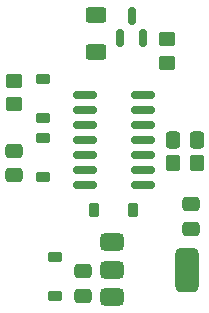
<source format=gbr>
%TF.GenerationSoftware,KiCad,Pcbnew,8.0.0*%
%TF.CreationDate,2024-05-26T00:16:25+03:00*%
%TF.ProjectId,pulsejen,70756c73-656a-4656-9e2e-6b696361645f,rev?*%
%TF.SameCoordinates,Original*%
%TF.FileFunction,Paste,Top*%
%TF.FilePolarity,Positive*%
%FSLAX46Y46*%
G04 Gerber Fmt 4.6, Leading zero omitted, Abs format (unit mm)*
G04 Created by KiCad (PCBNEW 8.0.0) date 2024-05-26 00:16:25*
%MOMM*%
%LPD*%
G01*
G04 APERTURE LIST*
G04 Aperture macros list*
%AMRoundRect*
0 Rectangle with rounded corners*
0 $1 Rounding radius*
0 $2 $3 $4 $5 $6 $7 $8 $9 X,Y pos of 4 corners*
0 Add a 4 corners polygon primitive as box body*
4,1,4,$2,$3,$4,$5,$6,$7,$8,$9,$2,$3,0*
0 Add four circle primitives for the rounded corners*
1,1,$1+$1,$2,$3*
1,1,$1+$1,$4,$5*
1,1,$1+$1,$6,$7*
1,1,$1+$1,$8,$9*
0 Add four rect primitives between the rounded corners*
20,1,$1+$1,$2,$3,$4,$5,0*
20,1,$1+$1,$4,$5,$6,$7,0*
20,1,$1+$1,$6,$7,$8,$9,0*
20,1,$1+$1,$8,$9,$2,$3,0*%
G04 Aperture macros list end*
%ADD10RoundRect,0.250000X0.625000X-0.400000X0.625000X0.400000X-0.625000X0.400000X-0.625000X-0.400000X0*%
%ADD11RoundRect,0.225000X0.375000X-0.225000X0.375000X0.225000X-0.375000X0.225000X-0.375000X-0.225000X0*%
%ADD12RoundRect,0.375000X-0.625000X-0.375000X0.625000X-0.375000X0.625000X0.375000X-0.625000X0.375000X0*%
%ADD13RoundRect,0.500000X-0.500000X-1.400000X0.500000X-1.400000X0.500000X1.400000X-0.500000X1.400000X0*%
%ADD14RoundRect,0.250000X0.475000X-0.337500X0.475000X0.337500X-0.475000X0.337500X-0.475000X-0.337500X0*%
%ADD15RoundRect,0.225000X0.225000X0.375000X-0.225000X0.375000X-0.225000X-0.375000X0.225000X-0.375000X0*%
%ADD16RoundRect,0.225000X-0.375000X0.225000X-0.375000X-0.225000X0.375000X-0.225000X0.375000X0.225000X0*%
%ADD17RoundRect,0.250000X0.450000X-0.350000X0.450000X0.350000X-0.450000X0.350000X-0.450000X-0.350000X0*%
%ADD18RoundRect,0.250000X-0.350000X-0.450000X0.350000X-0.450000X0.350000X0.450000X-0.350000X0.450000X0*%
%ADD19RoundRect,0.250000X-0.450000X0.350000X-0.450000X-0.350000X0.450000X-0.350000X0.450000X0.350000X0*%
%ADD20RoundRect,0.250000X-0.337500X-0.475000X0.337500X-0.475000X0.337500X0.475000X-0.337500X0.475000X0*%
%ADD21RoundRect,0.150000X-0.825000X-0.150000X0.825000X-0.150000X0.825000X0.150000X-0.825000X0.150000X0*%
%ADD22RoundRect,0.150000X0.150000X-0.587500X0.150000X0.587500X-0.150000X0.587500X-0.150000X-0.587500X0*%
G04 APERTURE END LIST*
D10*
%TO.C,R4*%
X138500000Y-84450000D03*
X138500000Y-87550000D03*
%TD*%
D11*
%TO.C,D5*%
X135000000Y-108250000D03*
X135000000Y-104950000D03*
%TD*%
D12*
%TO.C,U4*%
X139850000Y-108300000D03*
D13*
X146150000Y-106000000D03*
D12*
X139850000Y-106000000D03*
X139850000Y-103700000D03*
%TD*%
D14*
%TO.C,C4*%
X146500000Y-102537500D03*
X146500000Y-100462500D03*
%TD*%
D15*
%TO.C,D3*%
X141605000Y-101000000D03*
X138305000Y-101000000D03*
%TD*%
D16*
%TO.C,D2*%
X134000000Y-89850000D03*
X134000000Y-93150000D03*
%TD*%
%TO.C,D1*%
X133977500Y-94850000D03*
X133977500Y-98150000D03*
%TD*%
D17*
%TO.C,R3*%
X144500000Y-88500000D03*
X144500000Y-86500000D03*
%TD*%
D18*
%TO.C,R2*%
X145000000Y-97000000D03*
X147000000Y-97000000D03*
%TD*%
D19*
%TO.C,R1*%
X131500000Y-90000000D03*
X131500000Y-92000000D03*
%TD*%
D14*
%TO.C,C3*%
X137400000Y-108237500D03*
X137400000Y-106162500D03*
%TD*%
D20*
%TO.C,C2*%
X144962500Y-95000000D03*
X147037500Y-95000000D03*
%TD*%
D14*
%TO.C,C1*%
X131500000Y-98037500D03*
X131500000Y-95962500D03*
%TD*%
D21*
%TO.C,U1*%
X142475000Y-91190000D03*
X142475000Y-92460000D03*
X142475000Y-93730000D03*
X142475000Y-95000000D03*
X142475000Y-96270000D03*
X142475000Y-97540000D03*
X142475000Y-98810000D03*
X137525000Y-98810000D03*
X137525000Y-97540000D03*
X137525000Y-96270000D03*
X137525000Y-95000000D03*
X137525000Y-93730000D03*
X137525000Y-92460000D03*
X137525000Y-91190000D03*
%TD*%
D22*
%TO.C,Q1*%
X140550000Y-86437500D03*
X142450000Y-86437500D03*
X141500000Y-84562500D03*
%TD*%
M02*

</source>
